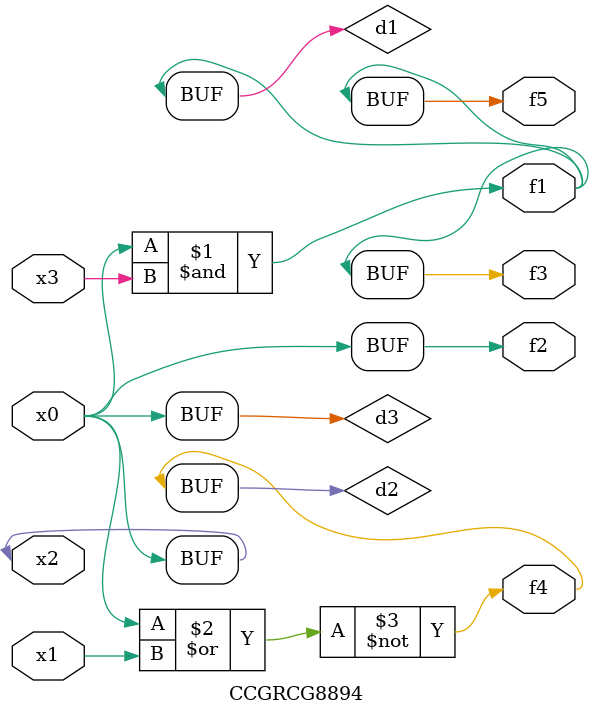
<source format=v>
module CCGRCG8894(
	input x0, x1, x2, x3,
	output f1, f2, f3, f4, f5
);

	wire d1, d2, d3;

	and (d1, x2, x3);
	nor (d2, x0, x1);
	buf (d3, x0, x2);
	assign f1 = d1;
	assign f2 = d3;
	assign f3 = d1;
	assign f4 = d2;
	assign f5 = d1;
endmodule

</source>
